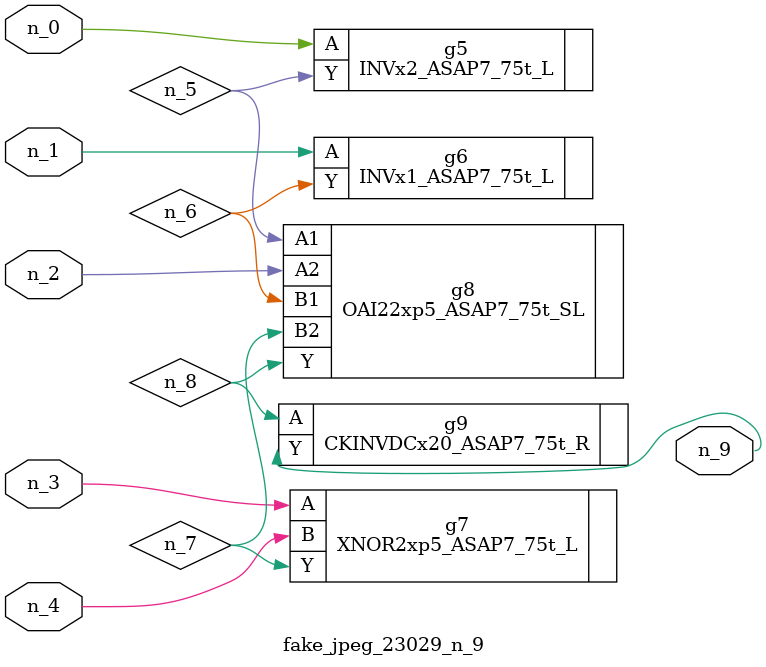
<source format=v>
module fake_jpeg_23029_n_9 (n_3, n_2, n_1, n_0, n_4, n_9);

input n_3;
input n_2;
input n_1;
input n_0;
input n_4;

output n_9;

wire n_8;
wire n_6;
wire n_5;
wire n_7;

INVx2_ASAP7_75t_L g5 ( 
.A(n_0),
.Y(n_5)
);

INVx1_ASAP7_75t_L g6 ( 
.A(n_1),
.Y(n_6)
);

XNOR2xp5_ASAP7_75t_L g7 ( 
.A(n_3),
.B(n_4),
.Y(n_7)
);

OAI22xp5_ASAP7_75t_SL g8 ( 
.A1(n_5),
.A2(n_2),
.B1(n_6),
.B2(n_7),
.Y(n_8)
);

CKINVDCx20_ASAP7_75t_R g9 ( 
.A(n_8),
.Y(n_9)
);


endmodule
</source>
